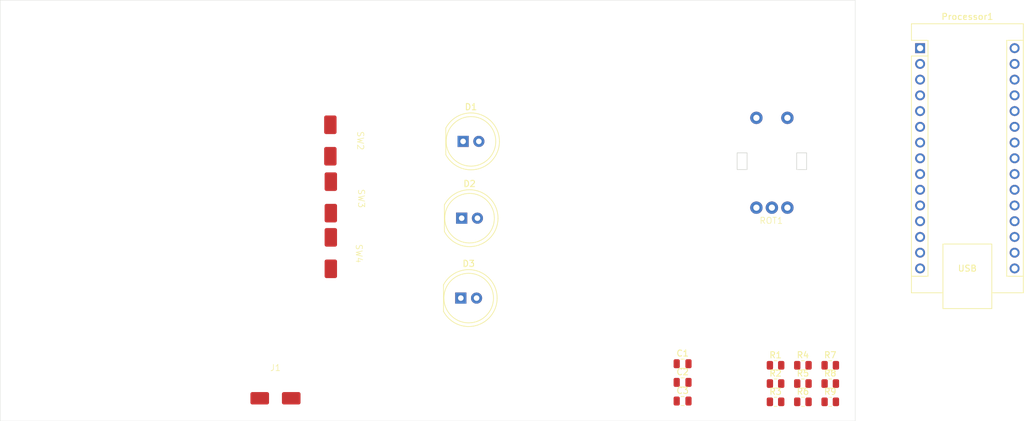
<source format=kicad_pcb>
(kicad_pcb (version 20241229) (generator "pcbnew") (generator_version "9.0")
  (layers (0 "F.Cu" signal) (2 "B.Cu" signal) (13 "F.Paste" user) (15 "B.Paste" user) (5 "F.SilkS" user "F.Silkscreen") (7 "B.SilkS" user "B.Silkscreen") (1 "F.Mask" user) (3 "B.Mask" user) (25 "Edge.Cuts" user))
  (net 0 "")
  (net 1 "GND")
  (net 2 "ROT1_B")
  (net 3 "ROT1_A")
  (net 4 "ROT1_Sw")
  (net 5 "/L3")
  (net 6 "Net-(D1-K)")
  (net 7 "/L2")
  (net 8 "Net-(D2-K)")
  (net 9 "/L1")
  (net 10 "Net-(D3-K)")
  (net 11 "+12V")
  (net 16 "/a3")
  (net 17 "/a2")
  (net 27 "+3.3V")
  (net 28 "/a1")
  (footprint "DLS_custom_footprints:Push_button pads" (layer "F.Cu") (at 101.8 87.985 -90)
    (property "Reference" "SW2" (at 0.025 -4.85 270) (layer "F.SilkS") (effects (font (thickness 0.1))))
    (property "Value" "SW_Push")
    (pad "1" smd roundrect (at -2.54 0 270) (size 3 2) (layers "F.Cu" "F.Mask" "F.Paste") (roundrect_rratio 0.15) (net 27 "+3.3V"))
    (pad "2" smd roundrect (at 2.54 0 270) (size 3 2) (layers "F.Cu" "F.Mask" "F.Paste") (roundrect_rratio 0.15) (net 28 "/a1"))
  )
  (footprint "Resistor_SMD:R_0805_2012Metric" (layer "F.Cu") (at 182.41 130.175)
    (property "Reference" "R9" (at 0 -1.65 0) (layer "F.SilkS"))
    (property "Value" "10k")
    (fp_line (start -0.227064 -0.735) (end 0.227064 -0.735) (stroke (width 0.12)) (layer "F.SilkS"))
    (fp_line (start -0.227064 0.735) (end 0.227064 0.735) (stroke (width 0.12)) (layer "F.SilkS"))
    (pad "1" smd roundrect (at -0.9125 0) (size 1.025 1.4) (layers "F.Cu" "F.Mask" "F.Paste") (roundrect_rratio 0.243902) (net 16 "/a3"))
    (pad "2" smd roundrect (at 0.9125 0) (size 1.025 1.4) (layers "F.Cu" "F.Mask" "F.Paste") (roundrect_rratio 0.243902) (net 1 "GND"))
  )
  (footprint "Capacitor_SMD:C_0805_2012Metric" (layer "F.Cu") (at 158.6 130.045)
    (property "Reference" "C3" (at 0 -1.68 0) (layer "F.SilkS"))
    (property "Value" "0.1u")
    (fp_line (start -0.261252 -0.735) (end 0.261252 -0.735) (stroke (width 0.12)) (layer "F.SilkS"))
    (fp_line (start -0.261252 0.735) (end 0.261252 0.735) (stroke (width 0.12)) (layer "F.SilkS"))
    (pad "1" smd roundrect (at -0.95 0) (size 1 1.45) (layers "F.Cu" "F.Mask" "F.Paste") (net 4 "ROT1_Sw"))
    (pad "2" smd roundrect (at 0.95 0) (size 1 1.45) (layers "F.Cu" "F.Mask" "F.Paste") (net 1 "GND"))
  )
  (footprint "Resistor_SMD:R_0805_2012Metric" (layer "F.Cu") (at 178 130.175)
    (property "Reference" "R6" (at 0 -1.65 0) (layer "F.SilkS"))
    (property "Value" "10k")
    (fp_line (start -0.227064 -0.735) (end 0.227064 -0.735) (stroke (width 0.12)) (layer "F.SilkS"))
    (fp_line (start -0.227064 0.735) (end 0.227064 0.735) (stroke (width 0.12)) (layer "F.SilkS"))
    (pad "1" smd roundrect (at -0.9125 0) (size 1.025 1.4) (layers "F.Cu" "F.Mask" "F.Paste") (roundrect_rratio 0.243902) (net 27 "+3.3V"))
    (pad "2" smd roundrect (at 0.9125 0) (size 1.025 1.4) (layers "F.Cu" "F.Mask" "F.Paste") (roundrect_rratio 0.243902) (net 4 "ROT1_Sw"))
  )
  (footprint "Resistor_SMD:R_0805_2012Metric" (layer "F.Cu") (at 173.59 124.275)
    (property "Reference" "R1" (at 0 -1.65 0) (layer "F.SilkS"))
    (property "Value" "1k")
    (fp_line (start -0.227064 -0.735) (end 0.227064 -0.735) (stroke (width 0.12)) (layer "F.SilkS"))
    (fp_line (start -0.227064 0.735) (end 0.227064 0.735) (stroke (width 0.12)) (layer "F.SilkS"))
    (pad "1" smd roundrect (at -0.9125 0) (size 1.025 1.4) (layers "F.Cu" "F.Mask" "F.Paste") (roundrect_rratio 0.243902) (net 6 "Net-(D1-K)"))
    (pad "2" smd roundrect (at 0.9125 0) (size 1.025 1.4) (layers "F.Cu" "F.Mask" "F.Paste") (roundrect_rratio 0.243902) (net 1 "GND"))
  )
  (footprint "LED_THT:LED_D8.0mm" (layer "F.Cu") (at 123.205 88.125)
    (property "Reference" "D1" (at 1.27 -5.56 0) (layer "F.SilkS"))
    (property "Value" "LED")
    (fp_line (start -2.79 -2.141) (end -2.79 2.141) (stroke (width 0.12)) (layer "F.SilkS"))
    (fp_arc (start -2.79 -2.141145) (mid 2.372883 -4.45553) (end 5.86 0) (stroke (width 0.12)) (layer "F.SilkS"))
    (fp_arc (start 5.86 0) (mid 2.372883 4.45553) (end -2.79 2.141145) (stroke (width 0.12)) (layer "F.SilkS"))
    (fp_circle (center 1.27 0) (end 5.27 0) (stroke (width 0.12)) (fill no) (layer "F.SilkS"))
    (pad "1" thru_hole rect (at 0 0) (size 1.8 1.8) (drill 0.9) (layers "*.Cu" "*.Mask") (net 6 "Net-(D1-K)"))
    (pad "2" thru_hole circle (at 2.54 0) (size 1.8 1.8) (drill 0.9) (layers "*.Cu" "*.Mask") (net 5 "/L3"))
  )
  (footprint "Resistor_SMD:R_0805_2012Metric" (layer "F.Cu") (at 173.59 127.225)
    (property "Reference" "R2" (at 0 -1.65 0) (layer "F.SilkS"))
    (property "Value" "1k")
    (fp_line (start -0.227064 -0.735) (end 0.227064 -0.735) (stroke (width 0.12)) (layer "F.SilkS"))
    (fp_line (start -0.227064 0.735) (end 0.227064 0.735) (stroke (width 0.12)) (layer "F.SilkS"))
    (pad "1" smd roundrect (at -0.9125 0) (size 1.025 1.4) (layers "F.Cu" "F.Mask" "F.Paste") (roundrect_rratio 0.243902) (net 8 "Net-(D2-K)"))
    (pad "2" smd roundrect (at 0.9125 0) (size 1.025 1.4) (layers "F.Cu" "F.Mask" "F.Paste") (roundrect_rratio 0.243902) (net 1 "GND"))
  )
  (footprint "Resistor_SMD:R_0805_2012Metric" (layer "F.Cu") (at 178 124.275)
    (property "Reference" "R4" (at 0 -1.65 0) (layer "F.SilkS"))
    (property "Value" "10k")
    (fp_line (start -0.227064 -0.735) (end 0.227064 -0.735) (stroke (width 0.12)) (layer "F.SilkS"))
    (fp_line (start -0.227064 0.735) (end 0.227064 0.735) (stroke (width 0.12)) (layer "F.SilkS"))
    (pad "1" smd roundrect (at -0.9125 0) (size 1.025 1.4) (layers "F.Cu" "F.Mask" "F.Paste") (roundrect_rratio 0.243902) (net 27 "+3.3V"))
    (pad "2" smd roundrect (at 0.9125 0) (size 1.025 1.4) (layers "F.Cu" "F.Mask" "F.Paste") (roundrect_rratio 0.243902) (net 3 "ROT1_A"))
  )
  (footprint "DLS_custom_footprints:Alps EC11E series encoders" (layer "F.Cu") (at 172 97.325)
    (property "Reference" "ROT1" (at 0.9 3.6 0) (layer "F.SilkS") (effects (font (thickness 0.1))))
    (property "Value" "Alps EC11E09244AQ")
    (fp_rect (start -4.6 -7.35) (end -3 -4.65) (stroke (width 0.1)) (fill no) (layer "Edge.Cuts"))
    (fp_rect (start 5 -7.35) (end 6.6 -4.65) (stroke (width 0.1)) (fill no) (layer "Edge.Cuts"))
    (pad "1" thru_hole circle (at -1.5 1.5) (size 2 2) (drill 1) (layers "*.Cu" "*.Mask"))
    (pad "2" thru_hole circle (at 1 1.5) (size 2 2) (drill 1) (layers "*.Cu" "*.Mask" "Dwgs.User"))
    (pad "3" thru_hole circle (at 3.5 1.5) (size 2 2) (drill 1) (layers "*.Cu" "*.Mask"))
    (pad "4" thru_hole circle (at -1.5 -13) (size 2 2) (drill 1) (layers "*.Cu" "*.Mask"))
    (pad "5" thru_hole circle (at 3.5 -13) (size 2 2) (drill 1) (layers "*.Cu" "*.Mask"))
  )
  (footprint "DLS_custom_footprints:Push_button pads" (layer "F.Cu") (at 101.875 106.16 -90)
    (property "Reference" "SW4" (at 0.08 -4.55 270) (layer "F.SilkS") (effects (font (thickness 0.1))))
    (property "Value" "SW_Push")
    (pad "1" smd roundrect (at -2.54 0 270) (size 3 2) (layers "F.Cu" "F.Mask" "F.Paste") (roundrect_rratio 0.15) (net 27 "+3.3V"))
    (pad "2" smd roundrect (at 2.54 0 270) (size 3 2) (layers "F.Cu" "F.Mask" "F.Paste") (roundrect_rratio 0.15) (net 16 "/a3"))
  )
  (footprint "Capacitor_SMD:C_0805_2012Metric" (layer "F.Cu") (at 158.6 127.035)
    (property "Reference" "C2" (at 0 -1.68 0) (layer "F.SilkS"))
    (property "Value" "0.01u")
    (fp_line (start -0.261252 -0.735) (end 0.261252 -0.735) (stroke (width 0.12)) (layer "F.SilkS"))
    (fp_line (start -0.261252 0.735) (end 0.261252 0.735) (stroke (width 0.12)) (layer "F.SilkS"))
    (pad "1" smd roundrect (at -0.95 0) (size 1 1.45) (layers "F.Cu" "F.Mask" "F.Paste") (net 3 "ROT1_A"))
    (pad "2" smd roundrect (at 0.95 0) (size 1 1.45) (layers "F.Cu" "F.Mask" "F.Paste") (net 1 "GND"))
  )
  (footprint "DLS_custom_footprints:Push_button pads" (layer "F.Cu") (at 92.95 129.6)
    (property "Reference" "J1" (at 0 -4.925 0) (layer "F.SilkS") (effects (font (thickness 0.1))))
    (property "Value" "Barrel_Jack")
    (pad "1" smd roundrect (at -2.54 0) (size 3 2) (layers "F.Cu" "F.Mask" "F.Paste") (roundrect_rratio 0.15) (net 11 "+12V"))
    (pad "2" smd roundrect (at 2.54 0) (size 3 2) (layers "F.Cu" "F.Mask" "F.Paste") (roundrect_rratio 0.15) (net 1 "GND"))
  )
  (footprint "LED_THT:LED_D8.0mm" (layer "F.Cu") (at 122.835 113.425)
    (property "Reference" "D3" (at 1.27 -5.56 0) (layer "F.SilkS"))
    (property "Value" "LED")
    (fp_line (start -2.79 -2.141) (end -2.79 2.141) (stroke (width 0.12)) (layer "F.SilkS"))
    (fp_arc (start -2.79 -2.141145) (mid 2.372883 -4.45553) (end 5.86 0) (stroke (width 0.12)) (layer "F.SilkS"))
    (fp_arc (start 5.86 0) (mid 2.372883 4.45553) (end -2.79 2.141145) (stroke (width 0.12)) (layer "F.SilkS"))
    (fp_circle (center 1.27 0) (end 5.27 0) (stroke (width 0.12)) (fill no) (layer "F.SilkS"))
    (pad "1" thru_hole rect (at 0 0) (size 1.8 1.8) (drill 0.9) (layers "*.Cu" "*.Mask") (net 10 "Net-(D3-K)"))
    (pad "2" thru_hole circle (at 2.54 0) (size 1.8 1.8) (drill 0.9) (layers "*.Cu" "*.Mask") (net 9 "/L1"))
  )
  (footprint "Capacitor_SMD:C_0805_2012Metric" (layer "F.Cu") (at 158.6 124.025)
    (property "Reference" "C1" (at 0 -1.68 0) (layer "F.SilkS"))
    (property "Value" "0.01u")
    (fp_line (start -0.261252 -0.735) (end 0.261252 -0.735) (stroke (width 0.12)) (layer "F.SilkS"))
    (fp_line (start -0.261252 0.735) (end 0.261252 0.735) (stroke (width 0.12)) (layer "F.SilkS"))
    (pad "1" smd roundrect (at -0.95 0) (size 1 1.45) (layers "F.Cu" "F.Mask" "F.Paste") (net 2 "ROT1_B"))
    (pad "2" smd roundrect (at 0.95 0) (size 1 1.45) (layers "F.Cu" "F.Mask" "F.Paste") (net 1 "GND"))
  )
  (footprint "LED_THT:LED_D8.0mm" (layer "F.Cu") (at 122.975 100.525)
    (property "Reference" "D2" (at 1.27 -5.56 0) (layer "F.SilkS"))
    (property "Value" "LED")
    (fp_line (start -2.79 -2.141) (end -2.79 2.141) (stroke (width 0.12)) (layer "F.SilkS"))
    (fp_arc (start -2.79 -2.141145) (mid 2.372883 -4.45553) (end 5.86 0) (stroke (width 0.12)) (layer "F.SilkS"))
    (fp_arc (start 5.86 0) (mid 2.372883 4.45553) (end -2.79 2.141145) (stroke (width 0.12)) (layer "F.SilkS"))
    (fp_circle (center 1.27 0) (end 5.27 0) (stroke (width 0.12)) (fill no) (layer "F.SilkS"))
    (pad "1" thru_hole rect (at 0 0) (size 1.8 1.8) (drill 0.9) (layers "*.Cu" "*.Mask") (net 8 "Net-(D2-K)"))
    (pad "2" thru_hole circle (at 2.54 0) (size 1.8 1.8) (drill 0.9) (layers "*.Cu" "*.Mask") (net 7 "/L2"))
  )
  (footprint "Resistor_SMD:R_0805_2012Metric" (layer "F.Cu") (at 173.59 130.175)
    (property "Reference" "R3" (at 0 -1.65 0) (layer "F.SilkS"))
    (property "Value" "1k")
    (fp_line (start -0.227064 -0.735) (end 0.227064 -0.735) (stroke (width 0.12)) (layer "F.SilkS"))
    (fp_line (start -0.227064 0.735) (end 0.227064 0.735) (stroke (width 0.12)) (layer "F.SilkS"))
    (pad "1" smd roundrect (at -0.9125 0) (size 1.025 1.4) (layers "F.Cu" "F.Mask" "F.Paste") (roundrect_rratio 0.243902) (net 10 "Net-(D3-K)"))
    (pad "2" smd roundrect (at 0.9125 0) (size 1.025 1.4) (layers "F.Cu" "F.Mask" "F.Paste") (roundrect_rratio 0.243902) (net 1 "GND"))
  )
  (footprint "Resistor_SMD:R_0805_2012Metric" (layer "F.Cu") (at 178 127.225)
    (property "Reference" "R5" (at 0 -1.65 0) (layer "F.SilkS"))
    (property "Value" "10k")
    (fp_line (start -0.227064 -0.735) (end 0.227064 -0.735) (stroke (width 0.12)) (layer "F.SilkS"))
    (fp_line (start -0.227064 0.735) (end 0.227064 0.735) (stroke (width 0.12)) (layer "F.SilkS"))
    (pad "1" smd roundrect (at -0.9125 0) (size 1.025 1.4) (layers "F.Cu" "F.Mask" "F.Paste") (roundrect_rratio 0.243902) (net 27 "+3.3V"))
    (pad "2" smd roundrect (at 0.9125 0) (size 1.025 1.4) (layers "F.Cu" "F.Mask" "F.Paste") (roundrect_rratio 0.243902) (net 2 "ROT1_B"))
  )
  (footprint "DLS_custom_footprints:Push_button pads" (layer "F.Cu") (at 101.875 97.17 -90)
    (property "Reference" "SW3" (at 0.175 -4.925 270) (layer "F.SilkS") (effects (font (thickness 0.1))))
    (property "Value" "SW_Push")
    (pad "1" smd roundrect (at -2.54 0 270) (size 3 2) (layers "F.Cu" "F.Mask" "F.Paste") (roundrect_rratio 0.15) (net 27 "+3.3V"))
    (pad "2" smd roundrect (at 2.54 0 270) (size 3 2) (layers "F.Cu" "F.Mask" "F.Paste") (roundrect_rratio 0.15) (net 17 "/a2"))
  )
  (footprint "Resistor_SMD:R_0805_2012Metric" (layer "F.Cu") (at 182.41 124.275)
    (property "Reference" "R7" (at 0 -1.65 0) (layer "F.SilkS"))
    (property "Value" "10k")
    (fp_line (start -0.227064 -0.735) (end 0.227064 -0.735) (stroke (width 0.12)) (layer "F.SilkS"))
    (fp_line (start -0.227064 0.735) (end 0.227064 0.735) (stroke (width 0.12)) (layer "F.SilkS"))
    (pad "1" smd roundrect (at -0.9125 0) (size 1.025 1.4) (layers "F.Cu" "F.Mask" "F.Paste") (roundrect_rratio 0.243902) (net 28 "/a1"))
    (pad "2" smd roundrect (at 0.9125 0) (size 1.025 1.4) (layers "F.Cu" "F.Mask" "F.Paste") (roundrect_rratio 0.243902) (net 1 "GND"))
  )
  (footprint "Module:Arduino_Nano" (layer "F.Cu") (at 196.9 73.075)
    (property "Reference" "Processor1" (at 7.62 -5.08 0) (layer "F.SilkS"))
    (property "Value" "Arduino_Nano_ESP32")
    (fp_line (start -1.4 -3.94) (end -1.4 -1.27) (stroke (width 0.12)) (layer "F.SilkS"))
    (fp_line (start -1.4 1.27) (end -1.4 39.5) (stroke (width 0.12)) (layer "F.SilkS"))
    (fp_line (start -1.4 39.5) (end 3.68 39.5) (stroke (width 0.12)) (layer "F.SilkS"))
    (fp_line (start 1.27 -1.27) (end -1.4 -1.27) (stroke (width 0.12)) (layer "F.SilkS"))
    (fp_line (start 1.27 1.27) (end -1.4 1.27) (stroke (width 0.12)) (layer "F.SilkS"))
    (fp_line (start 1.27 1.27) (end 1.27 -1.27) (stroke (width 0.12)) (layer "F.SilkS"))
    (fp_line (start 1.27 1.27) (end 1.27 36.83) (stroke (width 0.12)) (layer "F.SilkS"))
    (fp_line (start 1.27 36.83) (end -1.4 36.83) (stroke (width 0.12)) (layer "F.SilkS"))
    (fp_line (start 3.68 31.62) (end 11.56 31.62) (stroke (width 0.12)) (layer "F.SilkS"))
    (fp_line (start 3.68 42.04) (end 3.68 31.62) (stroke (width 0.12)) (layer "F.SilkS"))
    (fp_line (start 11.56 31.62) (end 11.56 42.04) (stroke (width 0.12)) (layer "F.SilkS"))
    (fp_line (start 11.56 42.04) (end 3.68 42.04) (stroke (width 0.12)) (layer "F.SilkS"))
    (fp_line (start 13.97 -1.27) (end 13.97 36.83) (stroke (width 0.12)) (layer "F.SilkS"))
    (fp_line (start 13.97 -1.27) (end 16.64 -1.27) (stroke (width 0.12)) (layer "F.SilkS"))
    (fp_line (start 13.97 36.83) (end 16.64 36.83) (stroke (width 0.12)) (layer "F.SilkS"))
    (fp_line (start 16.64 -3.94) (end -1.4 -3.94) (stroke (width 0.12)) (layer "F.SilkS"))
    (fp_line (start 16.64 39.5) (end 11.56 39.5) (stroke (width 0.12)) (layer "F.SilkS"))
    (fp_line (start 16.64 39.5) (end 16.64 -3.94) (stroke (width 0.12)) (layer "F.SilkS"))
    (fp_text user "USB" (at 7.62 35.56 0) (layer "F.SilkS"))
    (pad "1" thru_hole rect (at 0 0) (size 1.6 1.6) (drill 1) (layers "*.Cu" "*.Mask"))
    (pad "2" thru_hole oval (at 0 2.54) (size 1.6 1.6) (drill 1) (layers "*.Cu" "*.Mask"))
    (pad "3" thru_hole oval (at 0 5.08) (size 1.6 1.6) (drill 1) (layers "*.Cu" "*.Mask"))
    (pad "4" thru_hole oval (at 0 7.62) (size 1.6 1.6) (drill 1) (layers "*.Cu" "*.Mask") (net 1 "GND"))
    (pad "5" thru_hole oval (at 0 10.16) (size 1.6 1.6) (drill 1) (layers "*.Cu" "*.Mask") (net 9 "/L1"))
    (pad "6" thru_hole oval (at 0 12.7) (size 1.6 1.6) (drill 1) (layers "*.Cu" "*.Mask") (net 7 "/L2"))
    (pad "7" thru_hole oval (at 0 15.24) (size 1.6 1.6) (drill 1) (layers "*.Cu" "*.Mask") (net 5 "/L3"))
    (pad "8" thru_hole oval (at 0 17.78) (size 1.6 1.6) (drill 1) (layers "*.Cu" "*.Mask") (net 4 "ROT1_Sw"))
    (pad "9" thru_hole oval (at 0 20.32) (size 1.6 1.6) (drill 1) (layers "*.Cu" "*.Mask"))
    (pad "10" thru_hole oval (at 0 22.86) (size 1.6 1.6) (drill 1) (layers "*.Cu" "*.Mask"))
    (pad "11" thru_hole oval (at 0 25.4) (size 1.6 1.6) (drill 1) (layers "*.Cu" "*.Mask") (net 3 "ROT1_A"))
    (pad "12" thru_hole oval (at 0 27.94) (size 1.6 1.6) (drill 1) (layers "*.Cu" "*.Mask") (net 2 "ROT1_B"))
    (pad "13" thru_hole oval (at 0 30.48) (size 1.6 1.6) (drill 1) (layers "*.Cu" "*.Mask"))
    (pad "14" thru_hole oval (at 0 33.02) (size 1.6 1.6) (drill 1) (layers "*.Cu" "*.Mask"))
    (pad "15" thru_hole oval (at 0 35.56) (size 1.6 1.6) (drill 1) (layers "*.Cu" "*.Mask"))
    (pad "16" thru_hole oval (at 15.24 35.56) (size 1.6 1.6) (drill 1) (layers "*.Cu" "*.Mask"))
    (pad "17" thru_hole oval (at 15.24 33.02) (size 1.6 1.6) (drill 1) (layers "*.Cu" "*.Mask") (net 27 "+3.3V"))
    (pad "18" thru_hole oval (at 15.24 30.48) (size 1.6 1.6) (drill 1) (layers "*.Cu" "*.Mask"))
    (pad "19" thru_hole oval (at 15.24 27.94) (size 1.6 1.6) (drill 1) (layers "*.Cu" "*.Mask"))
    (pad "20" thru_hole oval (at 15.24 25.4) (size 1.6 1.6) (drill 1) (layers "*.Cu" "*.Mask") (net 28 "/a1"))
    (pad "21" thru_hole oval (at 15.24 22.86) (size 1.6 1.6) (drill 1) (layers "*.Cu" "*.Mask") (net 17 "/a2"))
    (pad "22" thru_hole oval (at 15.24 20.32) (size 1.6 1.6) (drill 1) (layers "*.Cu" "*.Mask") (net 16 "/a3"))
    (pad "23" thru_hole oval (at 15.24 17.78) (size 1.6 1.6) (drill 1) (layers "*.Cu" "*.Mask"))
    (pad "24" thru_hole oval (at 15.24 15.24) (size 1.6 1.6) (drill 1) (layers "*.Cu" "*.Mask"))
    (pad "25" thru_hole oval (at 15.24 12.7) (size 1.6 1.6) (drill 1) (layers "*.Cu" "*.Mask"))
    (pad "26" thru_hole oval (at 15.24 10.16) (size 1.6 1.6) (drill 1) (layers "*.Cu" "*.Mask"))
    (pad "27" thru_hole oval (at 15.24 7.62) (size 1.6 1.6) (drill 1) (layers "*.Cu" "*.Mask"))
    (pad "28" thru_hole oval (at 15.24 5.08) (size 1.6 1.6) (drill 1) (layers "*.Cu" "*.Mask"))
    (pad "29" thru_hole oval (at 15.24 2.54) (size 1.6 1.6) (drill 1) (layers "*.Cu" "*.Mask") (net 1 "GND"))
    (pad "30" thru_hole oval (at 15.24 0) (size 1.6 1.6) (drill 1) (layers "*.Cu" "*.Mask") (net 11 "+12V"))
  )
  (footprint "Resistor_SMD:R_0805_2012Metric" (layer "F.Cu") (at 182.41 127.225)
    (property "Reference" "R8" (at 0 -1.65 0) (layer "F.SilkS"))
    (property "Value" "10k")
    (fp_line (start -0.227064 -0.735) (end 0.227064 -0.735) (stroke (width 0.12)) (layer "F.SilkS"))
    (fp_line (start -0.227064 0.735) (end 0.227064 0.735) (stroke (width 0.12)) (layer "F.SilkS"))
    (pad "1" smd roundrect (at -0.9125 0) (size 1.025 1.4) (layers "F.Cu" "F.Mask" "F.Paste") (roundrect_rratio 0.243902) (net 17 "/a2"))
    (pad "2" smd roundrect (at 0.9125 0) (size 1.025 1.4) (layers "F.Cu" "F.Mask" "F.Paste") (roundrect_rratio 0.243902) (net 1 "GND"))
  )
  (gr_rect (start 48.553 65.325) (end 186.425 133.275) (stroke (width 0.05)) (fill no) (layer "Edge.Cuts"))
)
</source>
